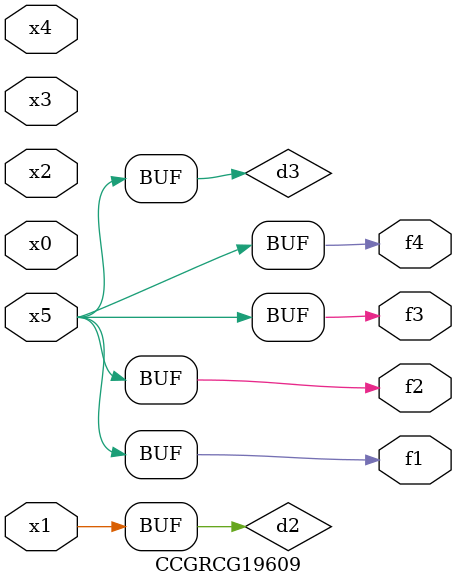
<source format=v>
module CCGRCG19609(
	input x0, x1, x2, x3, x4, x5,
	output f1, f2, f3, f4
);

	wire d1, d2, d3;

	not (d1, x5);
	or (d2, x1);
	xnor (d3, d1);
	assign f1 = d3;
	assign f2 = d3;
	assign f3 = d3;
	assign f4 = d3;
endmodule

</source>
